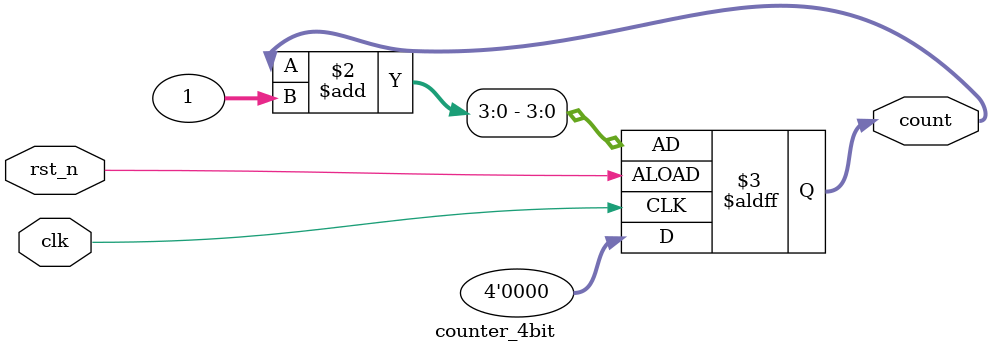
<source format=v>
module counter_4bit(
    input clk,rst_n,
    output reg [3:0] count
);

always @(posedge clk or negedge rst_n) begin
    if (rst_n) begin
        count <= 4'b0;
    end
    else begin
        count <= count + 1;
    end
end
endmodule

</source>
